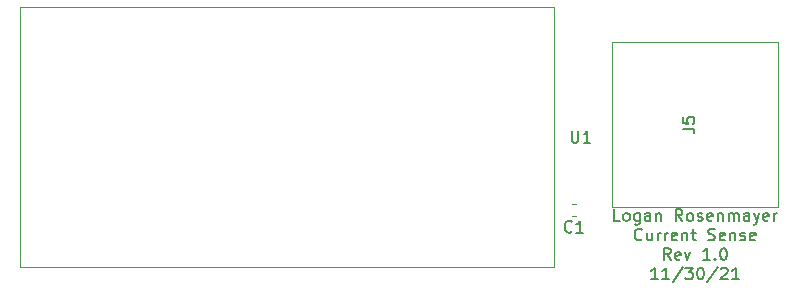
<source format=gbr>
%TF.GenerationSoftware,KiCad,Pcbnew,(5.1.12)-1*%
%TF.CreationDate,2021-11-30T21:20:58-06:00*%
%TF.ProjectId,Current_Sense,43757272-656e-4745-9f53-656e73652e6b,rev?*%
%TF.SameCoordinates,Original*%
%TF.FileFunction,Legend,Top*%
%TF.FilePolarity,Positive*%
%FSLAX46Y46*%
G04 Gerber Fmt 4.6, Leading zero omitted, Abs format (unit mm)*
G04 Created by KiCad (PCBNEW (5.1.12)-1) date 2021-11-30 21:20:58*
%MOMM*%
%LPD*%
G01*
G04 APERTURE LIST*
%ADD10C,0.150000*%
%ADD11C,0.120000*%
G04 APERTURE END LIST*
D10*
X109212857Y-93227380D02*
X108736666Y-93227380D01*
X108736666Y-92227380D01*
X109689047Y-93227380D02*
X109593809Y-93179761D01*
X109546190Y-93132142D01*
X109498571Y-93036904D01*
X109498571Y-92751190D01*
X109546190Y-92655952D01*
X109593809Y-92608333D01*
X109689047Y-92560714D01*
X109831904Y-92560714D01*
X109927142Y-92608333D01*
X109974761Y-92655952D01*
X110022380Y-92751190D01*
X110022380Y-93036904D01*
X109974761Y-93132142D01*
X109927142Y-93179761D01*
X109831904Y-93227380D01*
X109689047Y-93227380D01*
X110879523Y-92560714D02*
X110879523Y-93370238D01*
X110831904Y-93465476D01*
X110784285Y-93513095D01*
X110689047Y-93560714D01*
X110546190Y-93560714D01*
X110450952Y-93513095D01*
X110879523Y-93179761D02*
X110784285Y-93227380D01*
X110593809Y-93227380D01*
X110498571Y-93179761D01*
X110450952Y-93132142D01*
X110403333Y-93036904D01*
X110403333Y-92751190D01*
X110450952Y-92655952D01*
X110498571Y-92608333D01*
X110593809Y-92560714D01*
X110784285Y-92560714D01*
X110879523Y-92608333D01*
X111784285Y-93227380D02*
X111784285Y-92703571D01*
X111736666Y-92608333D01*
X111641428Y-92560714D01*
X111450952Y-92560714D01*
X111355714Y-92608333D01*
X111784285Y-93179761D02*
X111689047Y-93227380D01*
X111450952Y-93227380D01*
X111355714Y-93179761D01*
X111308095Y-93084523D01*
X111308095Y-92989285D01*
X111355714Y-92894047D01*
X111450952Y-92846428D01*
X111689047Y-92846428D01*
X111784285Y-92798809D01*
X112260476Y-92560714D02*
X112260476Y-93227380D01*
X112260476Y-92655952D02*
X112308095Y-92608333D01*
X112403333Y-92560714D01*
X112546190Y-92560714D01*
X112641428Y-92608333D01*
X112689047Y-92703571D01*
X112689047Y-93227380D01*
X114498571Y-93227380D02*
X114165238Y-92751190D01*
X113927142Y-93227380D02*
X113927142Y-92227380D01*
X114308095Y-92227380D01*
X114403333Y-92275000D01*
X114450952Y-92322619D01*
X114498571Y-92417857D01*
X114498571Y-92560714D01*
X114450952Y-92655952D01*
X114403333Y-92703571D01*
X114308095Y-92751190D01*
X113927142Y-92751190D01*
X115070000Y-93227380D02*
X114974761Y-93179761D01*
X114927142Y-93132142D01*
X114879523Y-93036904D01*
X114879523Y-92751190D01*
X114927142Y-92655952D01*
X114974761Y-92608333D01*
X115070000Y-92560714D01*
X115212857Y-92560714D01*
X115308095Y-92608333D01*
X115355714Y-92655952D01*
X115403333Y-92751190D01*
X115403333Y-93036904D01*
X115355714Y-93132142D01*
X115308095Y-93179761D01*
X115212857Y-93227380D01*
X115070000Y-93227380D01*
X115784285Y-93179761D02*
X115879523Y-93227380D01*
X116070000Y-93227380D01*
X116165238Y-93179761D01*
X116212857Y-93084523D01*
X116212857Y-93036904D01*
X116165238Y-92941666D01*
X116070000Y-92894047D01*
X115927142Y-92894047D01*
X115831904Y-92846428D01*
X115784285Y-92751190D01*
X115784285Y-92703571D01*
X115831904Y-92608333D01*
X115927142Y-92560714D01*
X116070000Y-92560714D01*
X116165238Y-92608333D01*
X117022380Y-93179761D02*
X116927142Y-93227380D01*
X116736666Y-93227380D01*
X116641428Y-93179761D01*
X116593809Y-93084523D01*
X116593809Y-92703571D01*
X116641428Y-92608333D01*
X116736666Y-92560714D01*
X116927142Y-92560714D01*
X117022380Y-92608333D01*
X117070000Y-92703571D01*
X117070000Y-92798809D01*
X116593809Y-92894047D01*
X117498571Y-92560714D02*
X117498571Y-93227380D01*
X117498571Y-92655952D02*
X117546190Y-92608333D01*
X117641428Y-92560714D01*
X117784285Y-92560714D01*
X117879523Y-92608333D01*
X117927142Y-92703571D01*
X117927142Y-93227380D01*
X118403333Y-93227380D02*
X118403333Y-92560714D01*
X118403333Y-92655952D02*
X118450952Y-92608333D01*
X118546190Y-92560714D01*
X118689047Y-92560714D01*
X118784285Y-92608333D01*
X118831904Y-92703571D01*
X118831904Y-93227380D01*
X118831904Y-92703571D02*
X118879523Y-92608333D01*
X118974761Y-92560714D01*
X119117619Y-92560714D01*
X119212857Y-92608333D01*
X119260476Y-92703571D01*
X119260476Y-93227380D01*
X120165238Y-93227380D02*
X120165238Y-92703571D01*
X120117619Y-92608333D01*
X120022380Y-92560714D01*
X119831904Y-92560714D01*
X119736666Y-92608333D01*
X120165238Y-93179761D02*
X120070000Y-93227380D01*
X119831904Y-93227380D01*
X119736666Y-93179761D01*
X119689047Y-93084523D01*
X119689047Y-92989285D01*
X119736666Y-92894047D01*
X119831904Y-92846428D01*
X120070000Y-92846428D01*
X120165238Y-92798809D01*
X120546190Y-92560714D02*
X120784285Y-93227380D01*
X121022380Y-92560714D02*
X120784285Y-93227380D01*
X120689047Y-93465476D01*
X120641428Y-93513095D01*
X120546190Y-93560714D01*
X121784285Y-93179761D02*
X121689047Y-93227380D01*
X121498571Y-93227380D01*
X121403333Y-93179761D01*
X121355714Y-93084523D01*
X121355714Y-92703571D01*
X121403333Y-92608333D01*
X121498571Y-92560714D01*
X121689047Y-92560714D01*
X121784285Y-92608333D01*
X121831904Y-92703571D01*
X121831904Y-92798809D01*
X121355714Y-92894047D01*
X122260476Y-93227380D02*
X122260476Y-92560714D01*
X122260476Y-92751190D02*
X122308095Y-92655952D01*
X122355714Y-92608333D01*
X122450952Y-92560714D01*
X122546190Y-92560714D01*
X111070000Y-94782142D02*
X111022380Y-94829761D01*
X110879523Y-94877380D01*
X110784285Y-94877380D01*
X110641428Y-94829761D01*
X110546190Y-94734523D01*
X110498571Y-94639285D01*
X110450952Y-94448809D01*
X110450952Y-94305952D01*
X110498571Y-94115476D01*
X110546190Y-94020238D01*
X110641428Y-93925000D01*
X110784285Y-93877380D01*
X110879523Y-93877380D01*
X111022380Y-93925000D01*
X111070000Y-93972619D01*
X111927142Y-94210714D02*
X111927142Y-94877380D01*
X111498571Y-94210714D02*
X111498571Y-94734523D01*
X111546190Y-94829761D01*
X111641428Y-94877380D01*
X111784285Y-94877380D01*
X111879523Y-94829761D01*
X111927142Y-94782142D01*
X112403333Y-94877380D02*
X112403333Y-94210714D01*
X112403333Y-94401190D02*
X112450952Y-94305952D01*
X112498571Y-94258333D01*
X112593809Y-94210714D01*
X112689047Y-94210714D01*
X113022380Y-94877380D02*
X113022380Y-94210714D01*
X113022380Y-94401190D02*
X113070000Y-94305952D01*
X113117619Y-94258333D01*
X113212857Y-94210714D01*
X113308095Y-94210714D01*
X114022380Y-94829761D02*
X113927142Y-94877380D01*
X113736666Y-94877380D01*
X113641428Y-94829761D01*
X113593809Y-94734523D01*
X113593809Y-94353571D01*
X113641428Y-94258333D01*
X113736666Y-94210714D01*
X113927142Y-94210714D01*
X114022380Y-94258333D01*
X114070000Y-94353571D01*
X114070000Y-94448809D01*
X113593809Y-94544047D01*
X114498571Y-94210714D02*
X114498571Y-94877380D01*
X114498571Y-94305952D02*
X114546190Y-94258333D01*
X114641428Y-94210714D01*
X114784285Y-94210714D01*
X114879523Y-94258333D01*
X114927142Y-94353571D01*
X114927142Y-94877380D01*
X115260476Y-94210714D02*
X115641428Y-94210714D01*
X115403333Y-93877380D02*
X115403333Y-94734523D01*
X115450952Y-94829761D01*
X115546190Y-94877380D01*
X115641428Y-94877380D01*
X116689047Y-94829761D02*
X116831904Y-94877380D01*
X117070000Y-94877380D01*
X117165238Y-94829761D01*
X117212857Y-94782142D01*
X117260476Y-94686904D01*
X117260476Y-94591666D01*
X117212857Y-94496428D01*
X117165238Y-94448809D01*
X117070000Y-94401190D01*
X116879523Y-94353571D01*
X116784285Y-94305952D01*
X116736666Y-94258333D01*
X116689047Y-94163095D01*
X116689047Y-94067857D01*
X116736666Y-93972619D01*
X116784285Y-93925000D01*
X116879523Y-93877380D01*
X117117619Y-93877380D01*
X117260476Y-93925000D01*
X118070000Y-94829761D02*
X117974761Y-94877380D01*
X117784285Y-94877380D01*
X117689047Y-94829761D01*
X117641428Y-94734523D01*
X117641428Y-94353571D01*
X117689047Y-94258333D01*
X117784285Y-94210714D01*
X117974761Y-94210714D01*
X118070000Y-94258333D01*
X118117619Y-94353571D01*
X118117619Y-94448809D01*
X117641428Y-94544047D01*
X118546190Y-94210714D02*
X118546190Y-94877380D01*
X118546190Y-94305952D02*
X118593809Y-94258333D01*
X118689047Y-94210714D01*
X118831904Y-94210714D01*
X118927142Y-94258333D01*
X118974761Y-94353571D01*
X118974761Y-94877380D01*
X119403333Y-94829761D02*
X119498571Y-94877380D01*
X119689047Y-94877380D01*
X119784285Y-94829761D01*
X119831904Y-94734523D01*
X119831904Y-94686904D01*
X119784285Y-94591666D01*
X119689047Y-94544047D01*
X119546190Y-94544047D01*
X119450952Y-94496428D01*
X119403333Y-94401190D01*
X119403333Y-94353571D01*
X119450952Y-94258333D01*
X119546190Y-94210714D01*
X119689047Y-94210714D01*
X119784285Y-94258333D01*
X120641428Y-94829761D02*
X120546190Y-94877380D01*
X120355714Y-94877380D01*
X120260476Y-94829761D01*
X120212857Y-94734523D01*
X120212857Y-94353571D01*
X120260476Y-94258333D01*
X120355714Y-94210714D01*
X120546190Y-94210714D01*
X120641428Y-94258333D01*
X120689047Y-94353571D01*
X120689047Y-94448809D01*
X120212857Y-94544047D01*
X113498571Y-96527380D02*
X113165238Y-96051190D01*
X112927142Y-96527380D02*
X112927142Y-95527380D01*
X113308095Y-95527380D01*
X113403333Y-95575000D01*
X113450952Y-95622619D01*
X113498571Y-95717857D01*
X113498571Y-95860714D01*
X113450952Y-95955952D01*
X113403333Y-96003571D01*
X113308095Y-96051190D01*
X112927142Y-96051190D01*
X114308095Y-96479761D02*
X114212857Y-96527380D01*
X114022380Y-96527380D01*
X113927142Y-96479761D01*
X113879523Y-96384523D01*
X113879523Y-96003571D01*
X113927142Y-95908333D01*
X114022380Y-95860714D01*
X114212857Y-95860714D01*
X114308095Y-95908333D01*
X114355714Y-96003571D01*
X114355714Y-96098809D01*
X113879523Y-96194047D01*
X114689047Y-95860714D02*
X114927142Y-96527380D01*
X115165238Y-95860714D01*
X116831904Y-96527380D02*
X116260476Y-96527380D01*
X116546190Y-96527380D02*
X116546190Y-95527380D01*
X116450952Y-95670238D01*
X116355714Y-95765476D01*
X116260476Y-95813095D01*
X117260476Y-96432142D02*
X117308095Y-96479761D01*
X117260476Y-96527380D01*
X117212857Y-96479761D01*
X117260476Y-96432142D01*
X117260476Y-96527380D01*
X117927142Y-95527380D02*
X118022380Y-95527380D01*
X118117619Y-95575000D01*
X118165238Y-95622619D01*
X118212857Y-95717857D01*
X118260476Y-95908333D01*
X118260476Y-96146428D01*
X118212857Y-96336904D01*
X118165238Y-96432142D01*
X118117619Y-96479761D01*
X118022380Y-96527380D01*
X117927142Y-96527380D01*
X117831904Y-96479761D01*
X117784285Y-96432142D01*
X117736666Y-96336904D01*
X117689047Y-96146428D01*
X117689047Y-95908333D01*
X117736666Y-95717857D01*
X117784285Y-95622619D01*
X117831904Y-95575000D01*
X117927142Y-95527380D01*
X112427142Y-98177380D02*
X111855714Y-98177380D01*
X112141428Y-98177380D02*
X112141428Y-97177380D01*
X112046190Y-97320238D01*
X111950952Y-97415476D01*
X111855714Y-97463095D01*
X113379523Y-98177380D02*
X112808095Y-98177380D01*
X113093809Y-98177380D02*
X113093809Y-97177380D01*
X112998571Y-97320238D01*
X112903333Y-97415476D01*
X112808095Y-97463095D01*
X114522380Y-97129761D02*
X113665238Y-98415476D01*
X114760476Y-97177380D02*
X115379523Y-97177380D01*
X115046190Y-97558333D01*
X115189047Y-97558333D01*
X115284285Y-97605952D01*
X115331904Y-97653571D01*
X115379523Y-97748809D01*
X115379523Y-97986904D01*
X115331904Y-98082142D01*
X115284285Y-98129761D01*
X115189047Y-98177380D01*
X114903333Y-98177380D01*
X114808095Y-98129761D01*
X114760476Y-98082142D01*
X115998571Y-97177380D02*
X116093809Y-97177380D01*
X116189047Y-97225000D01*
X116236666Y-97272619D01*
X116284285Y-97367857D01*
X116331904Y-97558333D01*
X116331904Y-97796428D01*
X116284285Y-97986904D01*
X116236666Y-98082142D01*
X116189047Y-98129761D01*
X116093809Y-98177380D01*
X115998571Y-98177380D01*
X115903333Y-98129761D01*
X115855714Y-98082142D01*
X115808095Y-97986904D01*
X115760476Y-97796428D01*
X115760476Y-97558333D01*
X115808095Y-97367857D01*
X115855714Y-97272619D01*
X115903333Y-97225000D01*
X115998571Y-97177380D01*
X117474761Y-97129761D02*
X116617619Y-98415476D01*
X117760476Y-97272619D02*
X117808095Y-97225000D01*
X117903333Y-97177380D01*
X118141428Y-97177380D01*
X118236666Y-97225000D01*
X118284285Y-97272619D01*
X118331904Y-97367857D01*
X118331904Y-97463095D01*
X118284285Y-97605952D01*
X117712857Y-98177380D01*
X118331904Y-98177380D01*
X119284285Y-98177380D02*
X118712857Y-98177380D01*
X118998571Y-98177380D02*
X118998571Y-97177380D01*
X118903333Y-97320238D01*
X118808095Y-97415476D01*
X118712857Y-97463095D01*
D11*
%TO.C,C1*%
X105471279Y-92839000D02*
X105145721Y-92839000D01*
X105471279Y-91819000D02*
X105145721Y-91819000D01*
%TO.C,U1*%
X103390000Y-75145001D02*
X58390000Y-75145001D01*
X58390000Y-97145001D02*
X103390000Y-97145001D01*
X58390000Y-97145001D02*
X58390000Y-75145001D01*
X103640000Y-97145001D02*
X103640000Y-75145001D01*
X103640000Y-97145001D02*
X103390000Y-97145001D01*
X103390000Y-75145001D02*
X103640000Y-75145001D01*
%TO.C,J5*%
X122570000Y-78090000D02*
X122570000Y-92090000D01*
X108570000Y-78090000D02*
X122570000Y-78090000D01*
X108570000Y-92090000D02*
X122570000Y-92090000D01*
X108570000Y-92090000D02*
X108570000Y-78090000D01*
%TO.C,C1*%
D10*
X105141833Y-94116142D02*
X105094214Y-94163761D01*
X104951357Y-94211380D01*
X104856119Y-94211380D01*
X104713261Y-94163761D01*
X104618023Y-94068523D01*
X104570404Y-93973285D01*
X104522785Y-93782809D01*
X104522785Y-93639952D01*
X104570404Y-93449476D01*
X104618023Y-93354238D01*
X104713261Y-93259000D01*
X104856119Y-93211380D01*
X104951357Y-93211380D01*
X105094214Y-93259000D01*
X105141833Y-93306619D01*
X106094214Y-94211380D02*
X105522785Y-94211380D01*
X105808500Y-94211380D02*
X105808500Y-93211380D01*
X105713261Y-93354238D01*
X105618023Y-93449476D01*
X105522785Y-93497095D01*
%TO.C,U1*%
X105128095Y-85597381D02*
X105128095Y-86406905D01*
X105175714Y-86502143D01*
X105223333Y-86549762D01*
X105318571Y-86597381D01*
X105509047Y-86597381D01*
X105604285Y-86549762D01*
X105651904Y-86502143D01*
X105699523Y-86406905D01*
X105699523Y-85597381D01*
X106699523Y-86597381D02*
X106128095Y-86597381D01*
X106413809Y-86597381D02*
X106413809Y-85597381D01*
X106318571Y-85740239D01*
X106223333Y-85835477D01*
X106128095Y-85883096D01*
%TO.C,J5*%
X114522380Y-85423333D02*
X115236666Y-85423333D01*
X115379523Y-85470952D01*
X115474761Y-85566190D01*
X115522380Y-85709047D01*
X115522380Y-85804285D01*
X114522380Y-84470952D02*
X114522380Y-84947142D01*
X114998571Y-84994761D01*
X114950952Y-84947142D01*
X114903333Y-84851904D01*
X114903333Y-84613809D01*
X114950952Y-84518571D01*
X114998571Y-84470952D01*
X115093809Y-84423333D01*
X115331904Y-84423333D01*
X115427142Y-84470952D01*
X115474761Y-84518571D01*
X115522380Y-84613809D01*
X115522380Y-84851904D01*
X115474761Y-84947142D01*
X115427142Y-84994761D01*
%TD*%
M02*

</source>
